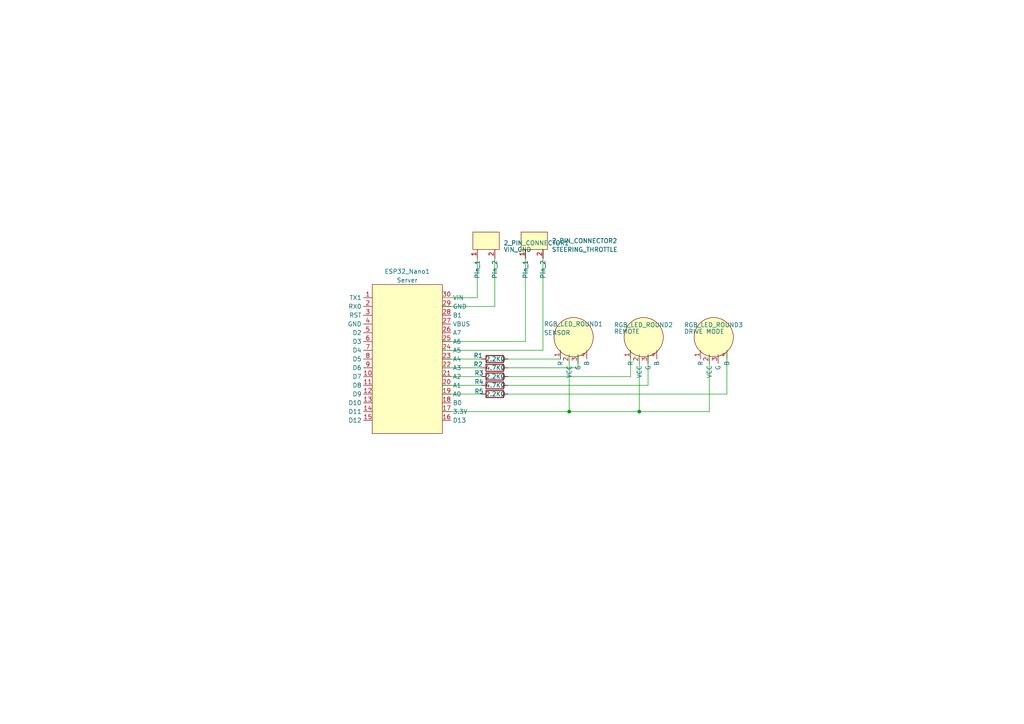
<source format=kicad_sch>
(kicad_sch (version 20250114) (generator "eeschema") (generator_version "9.0")
  (paper "A4")
  (title_block (title "Autocam Server") (date "2025-03-18") (rev "v0.2"))
  (lib_symbols
    (symbol "Autocam:2_PIN_Connector"
      (property "Reference" "U?" (at 0 0 0))
      (symbol "2_PIN_Connector_1_1"
        (rectangle (start -3.81 2.54) (end 3.81 -2.54) (fill (type color) (color 255 255 194 1)))
        (pin bidirectional line (at -2.54 -2.54 270) (length 2.54) (name "Pin_1") (number "1"))
        (pin bidirectional line (at 2.54 -2.54 270) (length 2.54) (name "Pin_2") (number "2"))
      )
    )
    (symbol "Autocam:ANODE_RGB_LED_Round"
      (property "Reference" "U?" (at 0 0 0))
      (symbol "ANODE_RGB_LED_Round_1_1"
        (circle (center 0 0) (radius 5.6796) (fill (type color) (color 255 255 194 1)))
        (pin passive line (at -3.81 -3.81 270) (length 2.54) (name "R") (number "1"))
        (pin power_in line (at -1.27 -5.08 270) (length 2.54) (name "VCC") (number "2"))
        (pin passive line (at 1.27 -5.08 270) (length 2.54) (name "G") (number "3"))
        (pin passive line (at 3.81 -3.81 270) (length 2.54) (name "B") (number "4"))
      )
    )
    (symbol "Autocam:Arduino_ESP32_Nano"
      (property "Reference" "U?" (at 0 10.16 0))
      (symbol "Arduino_ESP32_Nano_1_1"
        (rectangle (start -10.16 20.32) (end 10.16 -22.86) (fill (type color) (color 255 255 194 1)))
        (pin bidirectional line (at -10.16 16.51 180) (length 2.54) (name "TX1") (number "1"))
        (pin bidirectional line (at -10.16 13.97 180) (length 2.54) (name "RX0") (number "2"))
        (pin input line (at -10.16 11.43 180) (length 2.54) (name "RST") (number "3"))
        (pin power_in line (at -10.16 8.89 180) (length 2.54) (name "GND") (number "4"))
        (pin bidirectional line (at -10.16 6.35 180) (length 2.54) (name "D2") (number "5"))
        (pin bidirectional line (at -10.16 3.81 180) (length 2.54) (name "D3") (number "6"))
        (pin bidirectional line (at -10.16 1.27 180) (length 2.54) (name "D4") (number "7"))
        (pin bidirectional line (at -10.16 -1.27 180) (length 2.54) (name "D5") (number "8"))
        (pin bidirectional line (at -10.16 -3.81 180) (length 2.54) (name "D6") (number "9"))
        (pin bidirectional line (at -10.16 -6.35 180) (length 2.54) (name "D7") (number "10"))
        (pin bidirectional line (at -10.16 -8.89 180) (length 2.54) (name "D8") (number "11"))
        (pin bidirectional line (at -10.16 -11.43 180) (length 2.54) (name "D9") (number "12"))
        (pin bidirectional line (at -10.16 -13.97 180) (length 2.54) (name "D10") (number "13"))
        (pin bidirectional line (at -10.16 -16.51 180) (length 2.54) (name "D11") (number "14"))
        (pin bidirectional line (at -10.16 -19.05 180) (length 2.54) (name "D12") (number "15"))
        (pin power_in line (at 10.16 16.51 0) (length 2.54) (name "VIN") (number "30"))
        (pin power_in line (at 10.16 13.97 0) (length 2.54) (name "GND") (number "29"))
        (pin input line (at 10.16 11.43 0) (length 2.54) (name "B1") (number "28"))
        (pin power_out line (at 10.16 8.89 0) (length 2.54) (name "VBUS") (number "27"))
        (pin bidirectional line (at 10.16 6.35 0) (length 2.54) (name "A7") (number "26"))
        (pin bidirectional line (at 10.16 3.81 0) (length 2.54) (name "A6") (number "25"))
        (pin bidirectional line (at 10.16 1.27 0) (length 2.54) (name "A5") (number "24"))
        (pin bidirectional line (at 10.16 -1.27 0) (length 2.54) (name "A4") (number "23"))
        (pin bidirectional line (at 10.16 -3.81 0) (length 2.54) (name "A3") (number "22"))
        (pin bidirectional line (at 10.16 -6.35 0) (length 2.54) (name "A2") (number "21"))
        (pin bidirectional line (at 10.16 -8.89 0) (length 2.54) (name "A1") (number "20"))
        (pin bidirectional line (at 10.16 -11.43 0) (length 2.54) (name "A0") (number "19"))
        (pin input line (at 10.16 -13.97 0) (length 2.54) (name "B0") (number "18"))
        (pin power_in line (at 10.16 -16.51 0) (length 2.54) (name "3.3V") (number "17"))
        (pin bidirectional line (at 10.16 -19.05 0) (length 2.54) (name "D13") (number "16"))
      )
    )
    (symbol "Autocam:Simple Resistor" (pin_numbers (hide yes)) (pin_names (offset 0))
      (property "Reference" "R" (at 2.032 0 90))
      (property "Value" "Simple Resistor" (at 0 0 90))
      (symbol "Simple Resistor_0_1"
        (rectangle (start -1.016 -2.54) (end 1.016 2.54) (stroke (width 0.254)))
      )
      (symbol "Simple Resistor_1_1"
        (pin passive line (at 0 3.81 270) (length 1.27) (name "~") (number "1"))
        (pin passive line (at 0 -3.81 90) (length 1.27) (name "~") (number "2"))
      )
    )
  )
  (junction (at 185.42 119.38))
  (junction (at 165.1 119.38))
  (wire (pts (xy 147.32 106.68) (xy 167.64 106.68)))
  (wire (pts (xy 143.51 88.9) (xy 128.27 88.9)))
  (wire (pts (xy 162.56 104.14) (xy 147.32 104.14)))
  (wire (pts (xy 128.27 111.76) (xy 139.7 111.76)))
  (wire (pts (xy 185.42 119.38) (xy 205.74 119.38)))
  (wire (pts (xy 185.42 102.87) (xy 185.42 119.38)))
  (wire (pts (xy 165.1 119.38) (xy 185.42 119.38)))
  (wire (pts (xy 167.64 102.87) (xy 167.64 106.68)))
  (wire (pts (xy 143.51 72.39) (xy 143.51 88.9)))
  (wire (pts (xy 157.48 72.39) (xy 157.48 101.6)))
  (wire (pts (xy 138.43 72.39) (xy 138.43 86.36)))
  (wire (pts (xy 128.27 114.3) (xy 139.7 114.3)))
  (wire (pts (xy 128.27 101.6) (xy 157.48 101.6)))
  (wire (pts (xy 128.27 119.38) (xy 165.1 119.38)))
  (wire (pts (xy 182.88 109.22) (xy 147.32 109.22)))
  (wire (pts (xy 162.56 101.6) (xy 162.56 104.14)))
  (wire (pts (xy 138.43 86.36) (xy 128.27 86.36)))
  (wire (pts (xy 182.88 101.6) (xy 182.88 109.22)))
  (wire (pts (xy 147.32 111.76) (xy 187.96 111.76)))
  (wire (pts (xy 139.7 104.14) (xy 128.27 104.14)))
  (wire (pts (xy 139.7 109.22) (xy 128.27 109.22)))
  (wire (pts (xy 210.82 114.3) (xy 210.82 101.6)))
  (wire (pts (xy 205.74 102.87) (xy 205.74 119.38)))
  (wire (pts (xy 152.4 72.39) (xy 152.4 99.06)))
  (wire (pts (xy 128.27 106.68) (xy 139.7 106.68)))
  (wire (pts (xy 165.1 102.87) (xy 165.1 119.38)))
  (wire (pts (xy 187.96 102.87) (xy 187.96 111.76)))
  (wire (pts (xy 152.4 99.06) (xy 128.27 99.06)))
  (wire (pts (xy 147.32 114.3) (xy 210.82 114.3)))
  (symbol (lib_id "Autocam:ANODE_RGB_LED_Round") (at 166.37 97.79 0) (unit 1)
    (property "Reference" "RGB_LED_ROUND1" (at 157.734 93.98 0) (effects (justify left)))
    (property "Value" "SENSOR" (at 157.734 96.52 0) (effects (justify left)))
    (property "Footprint" "Autocam:Anode RGB LED (Round)" (effects (hide yes)))
  )
  (symbol (lib_id "Autocam:2_PIN_Connector") (at 140.97 69.85 0) (unit 1)
    (property "Reference" "2_PIN_CONNECTOR1" (at 146.05 70.4849 0) (effects (justify left)))
    (property "Value" "VIN_GND" (at 146.05 72.39 0) (effects (justify left)))
    (property "Footprint" "Autocam:2-PIN Connector" (effects (hide yes)))
  )
  (symbol (lib_id "Autocam:Arduino_ESP32_Nano") (at 118.11 102.87 0) (unit 1)
    (property "Reference" "ESP32_Nano1" (at 118.11 78.74 0))
    (property "Value" "Server" (at 118.11 81.28 0))
    (property "Footprint" "Autocam:Arduino ESP32 Nano" (effects (hide yes)))
  )
  (symbol (lib_id "Autocam:Simple Resistor") (at 143.51 104.14 90) (unit 1)
    (property "Reference" "R1" (at 138.684 103.124 90))
    (property "Value" "2.2KΩ" (at 143.764 104.14 90))
    (property "Footprint" "Autocam:Simple Resistor" (effects (hide yes)))
    (property "Description" "Resistor" (effects (hide yes)))
  )
  (symbol (lib_id "Autocam:ANODE_RGB_LED_Round") (at 186.69 97.79 0) (unit 1)
    (property "Reference" "RGB_LED_ROUND2" (at 178.054 94.234 0) (effects (justify left)))
    (property "Value" "REMOTE" (at 178.054 96.1391 0) (effects (justify left)))
    (property "Footprint" "Autocam:Anode RGB LED (Round)" (effects (hide yes)))
  )
  (symbol (lib_id "Autocam:Simple Resistor") (at 143.51 106.68 90) (unit 1)
    (property "Reference" "R2" (at 138.684 105.664 90))
    (property "Value" "4.7KΩ" (at 143.764 106.68 90))
    (property "Footprint" "Autocam:Simple Resistor" (effects (hide yes)))
    (property "Description" "Resistor" (effects (hide yes)))
  )
  (symbol (lib_id "Autocam:Simple Resistor") (at 143.51 111.76 90) (unit 1)
    (property "Reference" "R4" (at 138.938 110.744 90))
    (property "Value" "4.7KΩ" (at 143.764 111.76 90))
    (property "Footprint" "Autocam:Simple Resistor" (effects (hide yes)))
    (property "Description" "Resistor" (effects (hide yes)))
  )
  (symbol (lib_id "Autocam:Simple Resistor") (at 143.51 109.22 90) (unit 1)
    (property "Reference" "R3" (at 138.938 108.204 90))
    (property "Value" "2.2KΩ" (at 143.764 109.22 90))
    (property "Footprint" "Autocam:Simple Resistor" (effects (hide yes)))
    (property "Description" "Resistor" (effects (hide yes)))
  )
  (symbol (lib_id "Autocam:2_PIN_Connector") (at 154.94 69.85 0) (unit 1)
    (property "Reference" "2_PIN_CONNECTOR2" (at 160.02 69.8499 0) (effects (justify left)))
    (property "Value" "STEERING_THROTTLE" (at 160.02 72.3899 0) (effects (justify left)))
    (property "Footprint" "Autocam:2-PIN Connector" (effects (hide yes)))
  )
  (symbol (lib_id "Autocam:Simple Resistor") (at 143.51 114.3 90) (unit 1)
    (property "Reference" "R5" (at 138.938 113.538 90))
    (property "Value" "2.2KΩ" (at 143.764 114.3 90))
    (property "Footprint" "Autocam:Simple Resistor" (effects (hide yes)))
    (property "Description" "Resistor" (effects (hide yes)))
  )
  (symbol (lib_id "Autocam:ANODE_RGB_LED_Round") (at 207.01 97.79 0) (unit 1)
    (property "Reference" "RGB_LED_ROUND3" (at 198.374 94.234 0) (effects (justify left)))
    (property "Value" "DRIVE MODE" (at 198.374 96.1391 0) (effects (justify left)))
    (property "Footprint" "Autocam:Anode RGB LED (Round)" (effects (hide yes)))
  )
)
</source>
